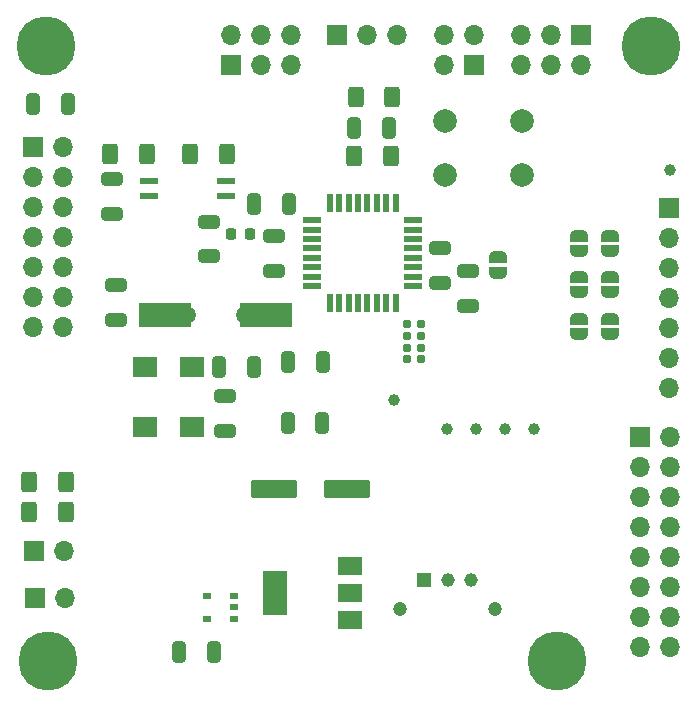
<source format=gbr>
%TF.GenerationSoftware,KiCad,Pcbnew,(6.0.1)*%
%TF.CreationDate,2022-01-20T11:15:23+01:00*%
%TF.ProjectId,LogicBoard_Avr,4c6f6769-6342-46f6-9172-645f4176722e,rev?*%
%TF.SameCoordinates,Original*%
%TF.FileFunction,Soldermask,Top*%
%TF.FilePolarity,Negative*%
%FSLAX46Y46*%
G04 Gerber Fmt 4.6, Leading zero omitted, Abs format (unit mm)*
G04 Created by KiCad (PCBNEW (6.0.1)) date 2022-01-20 11:15:23*
%MOMM*%
%LPD*%
G01*
G04 APERTURE LIST*
G04 Aperture macros list*
%AMRoundRect*
0 Rectangle with rounded corners*
0 $1 Rounding radius*
0 $2 $3 $4 $5 $6 $7 $8 $9 X,Y pos of 4 corners*
0 Add a 4 corners polygon primitive as box body*
4,1,4,$2,$3,$4,$5,$6,$7,$8,$9,$2,$3,0*
0 Add four circle primitives for the rounded corners*
1,1,$1+$1,$2,$3*
1,1,$1+$1,$4,$5*
1,1,$1+$1,$6,$7*
1,1,$1+$1,$8,$9*
0 Add four rect primitives between the rounded corners*
20,1,$1+$1,$2,$3,$4,$5,0*
20,1,$1+$1,$4,$5,$6,$7,0*
20,1,$1+$1,$6,$7,$8,$9,0*
20,1,$1+$1,$8,$9,$2,$3,0*%
%AMFreePoly0*
4,1,22,0.500000,-0.750000,0.000000,-0.750000,0.000000,-0.745033,-0.079941,-0.743568,-0.215256,-0.701293,-0.333266,-0.622738,-0.424486,-0.514219,-0.481581,-0.384460,-0.499164,-0.250000,-0.500000,-0.250000,-0.500000,0.250000,-0.499164,0.250000,-0.499963,0.256109,-0.478152,0.396186,-0.417904,0.524511,-0.324060,0.630769,-0.204165,0.706417,-0.067858,0.745374,0.000000,0.744959,0.000000,0.750000,
0.500000,0.750000,0.500000,-0.750000,0.500000,-0.750000,$1*%
%AMFreePoly1*
4,1,20,0.000000,0.744959,0.073905,0.744508,0.209726,0.703889,0.328688,0.626782,0.421226,0.519385,0.479903,0.390333,0.500000,0.250000,0.500000,-0.250000,0.499851,-0.262216,0.476331,-0.402017,0.414519,-0.529596,0.319384,-0.634700,0.198574,-0.708877,0.061801,-0.746166,0.000000,-0.745033,0.000000,-0.750000,-0.500000,-0.750000,-0.500000,0.750000,0.000000,0.750000,0.000000,0.744959,
0.000000,0.744959,$1*%
G04 Aperture macros list end*
%ADD10C,1.200000*%
%ADD11R,1.150000X1.150000*%
%ADD12C,1.150000*%
%ADD13FreePoly0,90.000000*%
%ADD14FreePoly1,90.000000*%
%ADD15RoundRect,0.250000X0.400000X0.625000X-0.400000X0.625000X-0.400000X-0.625000X0.400000X-0.625000X0*%
%ADD16R,1.700000X1.700000*%
%ADD17O,1.700000X1.700000*%
%ADD18RoundRect,0.250000X-0.400000X-0.625000X0.400000X-0.625000X0.400000X0.625000X-0.400000X0.625000X0*%
%ADD19RoundRect,0.160000X-0.197500X-0.160000X0.197500X-0.160000X0.197500X0.160000X-0.197500X0.160000X0*%
%ADD20R,0.700000X0.510000*%
%ADD21C,1.000000*%
%ADD22C,5.000000*%
%ADD23C,0.800000*%
%ADD24R,1.600000X0.550000*%
%ADD25R,0.550000X1.600000*%
%ADD26C,2.000000*%
%ADD27R,2.000000X1.500000*%
%ADD28R,2.000000X3.800000*%
%ADD29RoundRect,0.250000X-1.712500X-0.550000X1.712500X-0.550000X1.712500X0.550000X-1.712500X0.550000X0*%
%ADD30RoundRect,0.250000X0.650000X-0.325000X0.650000X0.325000X-0.650000X0.325000X-0.650000X-0.325000X0*%
%ADD31RoundRect,0.250000X0.325000X0.650000X-0.325000X0.650000X-0.325000X-0.650000X0.325000X-0.650000X0*%
%ADD32RoundRect,0.250000X-0.650000X0.325000X-0.650000X-0.325000X0.650000X-0.325000X0.650000X0.325000X0*%
%ADD33R,2.000000X1.800000*%
%ADD34RoundRect,0.137500X-0.662500X-0.137500X0.662500X-0.137500X0.662500X0.137500X-0.662500X0.137500X0*%
%ADD35RoundRect,0.250000X-0.325000X-0.650000X0.325000X-0.650000X0.325000X0.650000X-0.325000X0.650000X0*%
%ADD36RoundRect,0.225000X-0.225000X-0.250000X0.225000X-0.250000X0.225000X0.250000X-0.225000X0.250000X0*%
%ADD37R,4.500000X2.000000*%
%ADD38C,1.500000*%
G04 APERTURE END LIST*
D10*
%TO.C,J10*%
X153250002Y-120100000D03*
X161249985Y-120100000D03*
D11*
X155250000Y-117700000D03*
D12*
X157250001Y-117700000D03*
X159250000Y-117700000D03*
%TD*%
D13*
%TO.C,JP3*%
X171000000Y-89850000D03*
D14*
X171000000Y-88550000D03*
%TD*%
D15*
%TO.C,R3*%
X124900000Y-109400000D03*
X121800000Y-109400000D03*
%TD*%
D16*
%TO.C,J11*%
X122300000Y-119200000D03*
D17*
X124840000Y-119200000D03*
%TD*%
D16*
%TO.C,J2*%
X147860000Y-71525000D03*
D17*
X150400000Y-71525000D03*
X152940000Y-71525000D03*
%TD*%
D15*
%TO.C,R4*%
X124900000Y-111900000D03*
X121800000Y-111900000D03*
%TD*%
D18*
%TO.C,R2*%
X135450000Y-81635000D03*
X138550000Y-81635000D03*
%TD*%
D19*
%TO.C,R9*%
X153802500Y-96000000D03*
X154997500Y-96000000D03*
%TD*%
D20*
%TO.C,U3*%
X139160000Y-120950000D03*
X139160000Y-120000000D03*
X139160000Y-119050000D03*
X136840000Y-119050000D03*
X136840000Y-120950000D03*
%TD*%
D21*
%TO.C,TP6*%
X159650000Y-104900000D03*
%TD*%
D13*
%TO.C,JP4*%
X168400000Y-93300000D03*
D14*
X168400000Y-92000000D03*
%TD*%
D13*
%TO.C,JP5*%
X171000000Y-93300000D03*
D14*
X171000000Y-92000000D03*
%TD*%
D16*
%TO.C,J6*%
X138875000Y-74075000D03*
D17*
X138875000Y-71535000D03*
X141415000Y-74075000D03*
X141415000Y-71535000D03*
X143955000Y-74075000D03*
X143955000Y-71535000D03*
%TD*%
D16*
%TO.C,J12*%
X122225000Y-115200000D03*
D17*
X124765000Y-115200000D03*
%TD*%
D19*
%TO.C,R10*%
X153802500Y-98000000D03*
X154997500Y-98000000D03*
%TD*%
D22*
%TO.C,H2*%
X174500000Y-72500000D03*
D23*
X176375000Y-72500000D03*
X172625000Y-72500000D03*
X174500000Y-70625000D03*
X173174175Y-73825825D03*
X173174175Y-71174175D03*
X175825825Y-71174175D03*
X174500000Y-74375000D03*
X175825825Y-73825825D03*
%TD*%
D24*
%TO.C,U1*%
X145800000Y-87200000D03*
X145800000Y-88000000D03*
X145800000Y-88800000D03*
X145800000Y-89600000D03*
X145800000Y-90400000D03*
X145800000Y-91200000D03*
X145800000Y-92000000D03*
X145800000Y-92800000D03*
D25*
X147250000Y-94250000D03*
X148050000Y-94250000D03*
X148850000Y-94250000D03*
X149650000Y-94250000D03*
X150450000Y-94250000D03*
X151250000Y-94250000D03*
X152050000Y-94250000D03*
X152850000Y-94250000D03*
D24*
X154300000Y-92800000D03*
X154300000Y-92000000D03*
X154300000Y-91200000D03*
X154300000Y-90400000D03*
X154300000Y-89600000D03*
X154300000Y-88800000D03*
X154300000Y-88000000D03*
X154300000Y-87200000D03*
D25*
X152850000Y-85750000D03*
X152050000Y-85750000D03*
X151250000Y-85750000D03*
X150450000Y-85750000D03*
X149650000Y-85750000D03*
X148850000Y-85750000D03*
X148050000Y-85750000D03*
X147250000Y-85750000D03*
%TD*%
D13*
%TO.C,JP1*%
X161500000Y-91650000D03*
D14*
X161500000Y-90350000D03*
%TD*%
D13*
%TO.C,JP6*%
X168400000Y-96850000D03*
D14*
X168400000Y-95550000D03*
%TD*%
D26*
%TO.C,SW1*%
X163500000Y-78850000D03*
X157000000Y-78850000D03*
X163500000Y-83350000D03*
X157000000Y-83350000D03*
%TD*%
D13*
%TO.C,JP7*%
X171000000Y-96850000D03*
D14*
X171000000Y-95550000D03*
%TD*%
D15*
%TO.C,R1*%
X131750000Y-81635000D03*
X128650000Y-81635000D03*
%TD*%
D27*
%TO.C,U4*%
X148950000Y-121100000D03*
D28*
X142650000Y-118800000D03*
D27*
X148950000Y-118800000D03*
X148950000Y-116500000D03*
%TD*%
D23*
%TO.C,H4*%
X124700825Y-125825825D03*
X121500000Y-124500000D03*
X124700825Y-123174175D03*
X122049175Y-125825825D03*
X123375000Y-122625000D03*
X125250000Y-124500000D03*
X123375000Y-126375000D03*
D22*
X123375000Y-124500000D03*
D23*
X122049175Y-123174175D03*
%TD*%
D29*
%TO.C,C12*%
X142512500Y-110000000D03*
X148687500Y-110000000D03*
%TD*%
D30*
%TO.C,C4*%
X137000000Y-90275000D03*
X137000000Y-87325000D03*
%TD*%
D22*
%TO.C,H3*%
X166500000Y-124500000D03*
D23*
X166500000Y-122625000D03*
X168375000Y-124500000D03*
X167825825Y-123174175D03*
X166500000Y-126375000D03*
X167825825Y-125825825D03*
X165174175Y-123174175D03*
X165174175Y-125825825D03*
X164625000Y-124500000D03*
%TD*%
D21*
%TO.C,TP1*%
X176050000Y-83000000D03*
%TD*%
D23*
%TO.C,H1*%
X121924175Y-73825825D03*
X125125000Y-72500000D03*
X123250000Y-70625000D03*
X121375000Y-72500000D03*
X124575825Y-73825825D03*
X121924175Y-71174175D03*
D22*
X123250000Y-72500000D03*
D23*
X123250000Y-74375000D03*
X124575825Y-71174175D03*
%TD*%
D31*
%TO.C,C14*%
X137475000Y-123800000D03*
X134525000Y-123800000D03*
%TD*%
D16*
%TO.C,J1*%
X159467500Y-74075000D03*
D17*
X156927500Y-74075000D03*
X159467500Y-71535000D03*
X156927500Y-71535000D03*
%TD*%
D19*
%TO.C,R8*%
X153802500Y-97000000D03*
X154997500Y-97000000D03*
%TD*%
D30*
%TO.C,C9*%
X138400000Y-105075000D03*
X138400000Y-102125000D03*
%TD*%
%TO.C,C6*%
X128800000Y-86675000D03*
X128800000Y-83725000D03*
%TD*%
D21*
%TO.C,TP5*%
X164550000Y-104900000D03*
%TD*%
D32*
%TO.C,C5*%
X159000000Y-91525000D03*
X159000000Y-94475000D03*
%TD*%
D33*
%TO.C,X1*%
X135600000Y-104740000D03*
X135600000Y-99660000D03*
X131600000Y-99660000D03*
X131600000Y-104740000D03*
%TD*%
D18*
%TO.C,R6*%
X149450000Y-76800000D03*
X152550000Y-76800000D03*
%TD*%
D16*
%TO.C,J4*%
X176000000Y-86200000D03*
D17*
X176000000Y-88740000D03*
X176000000Y-91280000D03*
X176000000Y-93820000D03*
X176000000Y-96360000D03*
X176000000Y-98900000D03*
X176000000Y-101440000D03*
%TD*%
D15*
%TO.C,R5*%
X152450000Y-81800000D03*
X149350000Y-81800000D03*
%TD*%
D30*
%TO.C,C10*%
X129200000Y-95675000D03*
X129200000Y-92725000D03*
%TD*%
D21*
%TO.C,TP3*%
X157200000Y-104900000D03*
%TD*%
D34*
%TO.C,U2*%
X131950000Y-83865000D03*
X131950000Y-85135000D03*
X138450000Y-85135000D03*
X138450000Y-83865000D03*
%TD*%
D21*
%TO.C,TP4*%
X162100000Y-104900000D03*
%TD*%
D16*
%TO.C,J9*%
X173525000Y-105525000D03*
D17*
X176065000Y-105525000D03*
X173525000Y-108065000D03*
X176065000Y-108065000D03*
X173525000Y-110605000D03*
X176065000Y-110605000D03*
X173525000Y-113145000D03*
X176065000Y-113145000D03*
X173525000Y-115685000D03*
X176065000Y-115685000D03*
X173525000Y-118225000D03*
X176065000Y-118225000D03*
X173525000Y-120765000D03*
X176065000Y-120765000D03*
X173525000Y-123305000D03*
X176065000Y-123305000D03*
%TD*%
D21*
%TO.C,TP2*%
X152700000Y-102400000D03*
%TD*%
D16*
%TO.C,J3*%
X122125000Y-80975000D03*
D17*
X124665000Y-80975000D03*
X122125000Y-83515000D03*
X124665000Y-83515000D03*
X122125000Y-86055000D03*
X124665000Y-86055000D03*
X122125000Y-88595000D03*
X124665000Y-88595000D03*
X122125000Y-91135000D03*
X124665000Y-91135000D03*
X122125000Y-93675000D03*
X124665000Y-93675000D03*
X122125000Y-96215000D03*
X124665000Y-96215000D03*
%TD*%
D35*
%TO.C,C8*%
X140825000Y-85800000D03*
X143775000Y-85800000D03*
%TD*%
D31*
%TO.C,C11*%
X140875000Y-99600000D03*
X137925000Y-99600000D03*
%TD*%
D35*
%TO.C,C3*%
X122125000Y-77400000D03*
X125075000Y-77400000D03*
%TD*%
D19*
%TO.C,R7*%
X153800000Y-99000000D03*
X154995000Y-99000000D03*
%TD*%
D35*
%TO.C,C13*%
X143687500Y-104400000D03*
X146637500Y-104400000D03*
%TD*%
D16*
%TO.C,J5*%
X168525000Y-71525000D03*
D17*
X168525000Y-74065000D03*
X165985000Y-71525000D03*
X165985000Y-74065000D03*
X163445000Y-71525000D03*
X163445000Y-74065000D03*
%TD*%
D13*
%TO.C,JP2*%
X168400000Y-89850000D03*
D14*
X168400000Y-88550000D03*
%TD*%
D35*
%TO.C,C7*%
X143725000Y-99200000D03*
X146675000Y-99200000D03*
%TD*%
D36*
%TO.C,L1*%
X138925000Y-88400000D03*
X140475000Y-88400000D03*
%TD*%
D30*
%TO.C,C2*%
X156600000Y-92500000D03*
X156600000Y-89550000D03*
%TD*%
D32*
%TO.C,C1*%
X142500000Y-88525000D03*
X142500000Y-91475000D03*
%TD*%
D37*
%TO.C,Y1*%
X133350000Y-95200000D03*
D38*
X135150000Y-95200000D03*
D37*
X141850000Y-95200000D03*
D38*
X140050000Y-95200000D03*
%TD*%
D35*
%TO.C,C16*%
X149325000Y-79400000D03*
X152275000Y-79400000D03*
%TD*%
M02*

</source>
